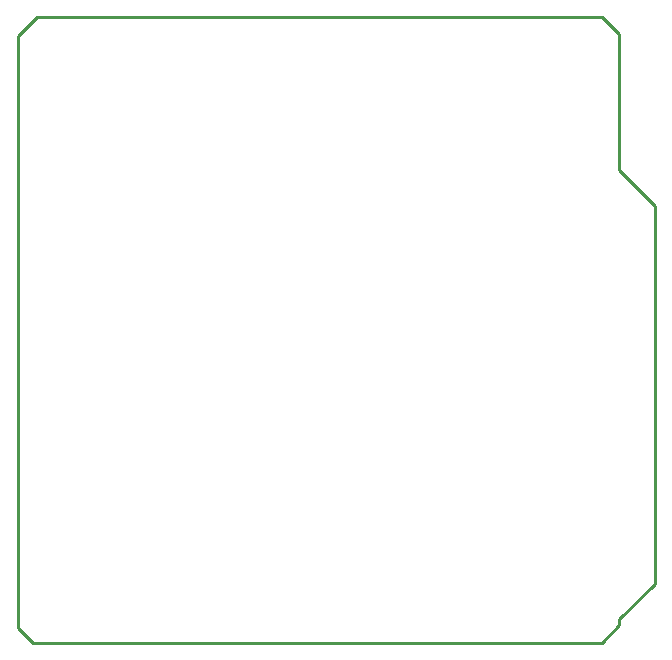
<source format=gm1>
G04*
G04 #@! TF.GenerationSoftware,Altium Limited,Altium Designer,18.0.7 (293)*
G04*
G04 Layer_Color=16711935*
%FSLAX25Y25*%
%MOIN*%
G70*
G01*
G75*
%ADD10C,0.01000*%
D10*
X58000Y4929D02*
X63000Y-71D01*
X58000Y4929D02*
Y5000D01*
X58000Y202091D02*
X58000Y5000D01*
X58000Y202091D02*
X64500Y208591D01*
X258606Y7803D02*
X270417Y19614D01*
X258606Y157410D02*
X270417Y145598D01*
X252701Y208591D02*
X258606Y202685D01*
Y157410D02*
Y202685D01*
X63000Y-71D02*
X252701Y-71D01*
X258606Y5835D01*
Y7803D01*
X270417Y19614D02*
Y145598D01*
X64500Y208591D02*
X252701Y208591D01*
M02*

</source>
